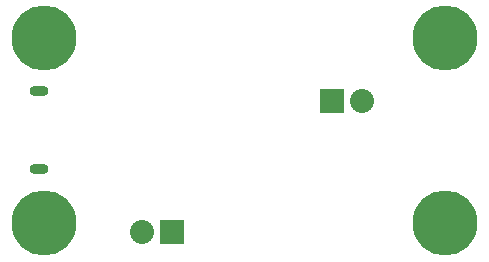
<source format=gbr>
G04 #@! TF.FileFunction,Soldermask,Bot*
%FSLAX46Y46*%
G04 Gerber Fmt 4.6, Leading zero omitted, Abs format (unit mm)*
G04 Created by KiCad (PCBNEW (2015-01-29 BZR 5396)-product) date 3/24/2015 12:04:56 AM*
%MOMM*%
G01*
G04 APERTURE LIST*
%ADD10C,0.100000*%
%ADD11R,2.032000X2.032000*%
%ADD12O,2.032000X2.032000*%
%ADD13O,1.600000X0.900000*%
%ADD14C,5.500000*%
G04 APERTURE END LIST*
D10*
D11*
X92190000Y-92540000D03*
D12*
X89650000Y-92540000D03*
D13*
X80865000Y-87215000D03*
X80865000Y-80615000D03*
D14*
X115315000Y-76135000D03*
X115315000Y-91795000D03*
X81335000Y-76135000D03*
X81335000Y-91785000D03*
D11*
X105690000Y-81460000D03*
D12*
X108230000Y-81460000D03*
M02*

</source>
